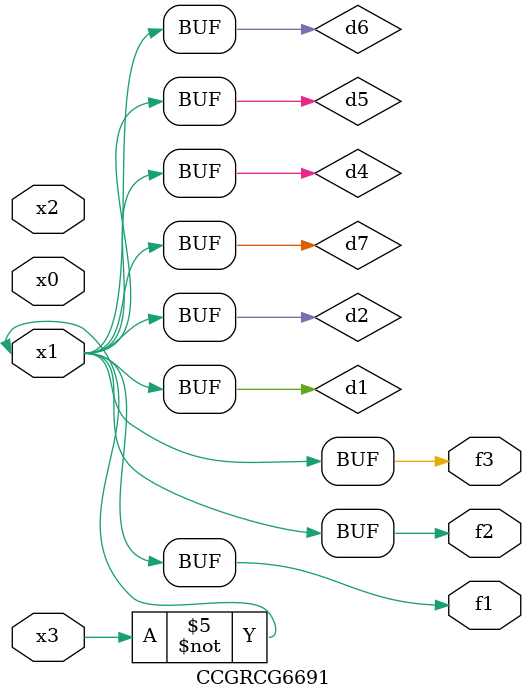
<source format=v>
module CCGRCG6691(
	input x0, x1, x2, x3,
	output f1, f2, f3
);

	wire d1, d2, d3, d4, d5, d6, d7;

	not (d1, x3);
	buf (d2, x1);
	xnor (d3, d1, d2);
	nor (d4, d1);
	buf (d5, d1, d2);
	buf (d6, d4, d5);
	nand (d7, d4);
	assign f1 = d6;
	assign f2 = d7;
	assign f3 = d6;
endmodule

</source>
